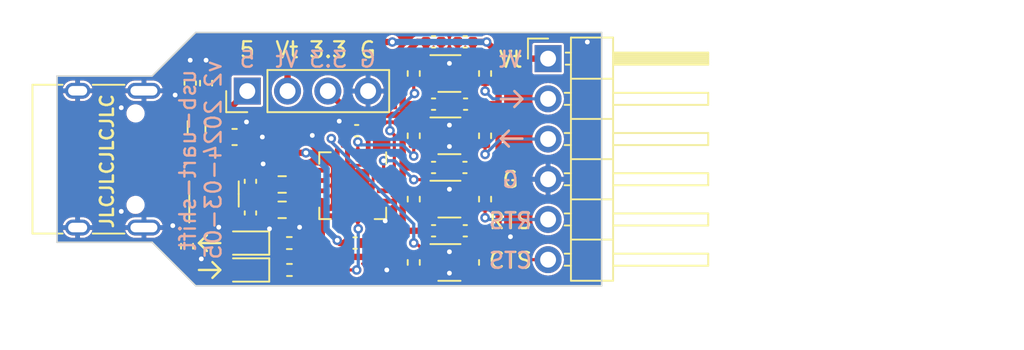
<source format=kicad_pcb>
(kicad_pcb (version 20221018) (generator pcbnew)
  (layers (0 "F.Cu" signal) (31 "B.Cu" signal) (34 "B.Paste" user) (35 "F.Paste" user) (36 "B.SilkS" user "B.Silkscreen") (37 "F.SilkS" user "F.Silkscreen") (38 "B.Mask" user) (39 "F.Mask" user) (44 "Edge.Cuts" user))
  (net 0 "")
  (net 1 "VBUS")
  (net 2 "GND")
  (net 3 "/Vtarget")
  (net 4 "/FTDI_VCCIO")
  (net 5 "Net-(C8-Pad1)")
  (net 6 "Net-(D1-K)")
  (net 7 "Net-(D2-K)")
  (net 8 "Net-(J1-CC1)")
  (net 10 "Net-(J1-CC2)")
  (net 12 "Net-(J3-Pin_2)")
  (net 13 "Net-(J3-Pin_3)")
  (net 14 "Net-(J3-Pin_5)")
  (net 15 "Net-(J3-Pin_6)")
  (net 16 "Net-(U2-USBDM)")
  (net 17 "Net-(U2-USBDP)")
  (net 18 "Net-(U2-CBUS1)")
  (net 19 "Net-(U2-CBUS2)")
  (net 20 "Net-(U2-TXD)")
  (net 21 "Net-(U2-~{RTS})")
  (net 22 "Net-(U2-RXD)")
  (net 23 "Net-(U2-~{CTS})")
  (net 24 "/USB_DP")
  (net 27 "/USB_DM")
  (footprint "Resistor_SMD:R_0402_1005Metric" (layer "F.Cu") (at 113.65 90.6)
    (fp_text reference "R6" hide)
    (fp_text value "1k2")
  )
  (footprint "Capacitor_SMD:C_0402_1005Metric" (layer "F.Cu") (at 124.73 85.825 180)
    (fp_text reference "C5" hide)
    (fp_text value "100n")
  )
  (footprint "Package_TO_SOT_SMD:SOT-363_SC-70-6" (layer "F.Cu") (at 123.75 91.825)
    (fp_text reference "U6" hide)
    (fp_text value "SN74LVC1T45DCK")
  )
  (footprint "LED_SMD:LED_0603_1608Metric" (layer "F.Cu") (at 110.9 90.6 180)
    (fp_text reference "D2" hide)
    (fp_text value "Yellow")
  )
  (footprint "Capacitor_SMD:C_0402_1005Metric" (layer "F.Cu") (at 124.75 77.89 180)
    (fp_text reference "C4" hide)
    (fp_text value "100n")
  )
  (footprint "Resistor_SMD:R_0402_1005Metric" (layer "F.Cu") (at 121.5 91.825 -90)
    (fp_text reference "R10" hide)
    (fp_text value "10k")
  )
  (footprint "Resistor_SMD:R_0603_1608Metric" (layer "F.Cu") (at 113.2 86.9)
    (fp_text reference "R3" hide)
    (fp_text value "27R")
  )
  (footprint "Resistor_SMD:R_0402_1005Metric" (layer "F.Cu") (at 107.2 90.8 -90)
    (fp_text reference "R2" hide)
    (fp_text value "5k1")
  )
  (footprint "Package_TO_SOT_SMD:SOT-363_SC-70-6" (layer "F.Cu") (at 123.75 79.89)
    (fp_text reference "U3" hide)
    (fp_text value "SN74LVC1T45DCK")
  )
  (footprint "Capacitor_SMD:C_0402_1005Metric" (layer "F.Cu") (at 122.75 85.825)
    (fp_text reference "C6" hide)
    (fp_text value "100n")
  )
  (footprint "Connector_PinHeader_2.54mm:PinHeader_1x06_P2.54mm_Horizontal" (layer "F.Cu") (at 129.975 78.95)
    (fp_text reference "J3" hide)
    (fp_text value "Conn_01x06")
  )
  (footprint "Resistor_SMD:R_0402_1005Metric" (layer "F.Cu") (at 126 91.825 -90)
    (fp_text reference "R14" hide)
    (fp_text value "10k")
  )
  (footprint "Package_TO_SOT_SMD:SOT-363_SC-70-6" (layer "F.Cu") (at 123.75 87.825)
    (fp_text reference "U5" hide)
    (fp_text value "SN74LVC1T45DCK")
  )
  (footprint "Capacitor_SMD:C_0402_1005Metric" (layer "F.Cu") (at 124.75 89.825 180)
    (fp_text reference "C2" hide)
    (fp_text value "100n")
  )
  (footprint "Resistor_SMD:R_0402_1005Metric" (layer "F.Cu") (at 126 83.825 -90)
    (fp_text reference "R12" hide)
    (fp_text value "10k")
  )
  (footprint "Package_TO_SOT_SMD:SOT-363_SC-70-6" (layer "F.Cu") (at 123.75 83.825)
    (fp_text reference "U4" hide)
    (fp_text value "SN74LVC1T45DCK")
  )
  (footprint "Capacitor_SMD:C_0402_1005Metric" (layer "F.Cu") (at 122.75 77.89)
    (fp_text reference "C9" hide)
    (fp_text value "100n")
  )
  (footprint "Capacitor_SMD:C_0402_1005Metric" (layer "F.Cu") (at 117.9 83.5 180)
    (fp_text reference "C13" hide)
    (fp_text value "100n")
  )
  (footprint "LED_SMD:LED_0603_1608Metric" (layer "F.Cu") (at 110.9 92.3 180)
    (fp_text reference "D1" hide)
    (fp_text value "Red")
  )
  (footprint "Resistor_SMD:R_0402_1005Metric" (layer "F.Cu") (at 113.66 92.3)
    (fp_text reference "R5" hide)
    (fp_text value "1k2")
  )
  (footprint "Capacitor_SMD:C_0402_1005Metric" (layer "F.Cu") (at 122.75 89.825)
    (fp_text reference "C10" hide)
    (fp_text value "100n")
  )
  (footprint "Capacitor_SMD:C_0402_1005Metric" (layer "F.Cu") (at 122.75 81.825)
    (fp_text reference "C14" hide)
    (fp_text value "100n")
  )
  (footprint "Capacitor_SMD:C_0402_1005Metric" (layer "F.Cu") (at 124.77 81.825 180)
    (fp_text reference "C7" hide)
    (fp_text value "100n")
  )
  (footprint "Resistor_SMD:R_0402_1005Metric" (layer "F.Cu") (at 121.5 79.89 -90)
    (fp_text reference "R7" hide)
    (fp_text value "10k")
  )
  (footprint "Inductor_SMD:L_0805_2012Metric" (layer "F.Cu") (at 107.8 83.3 -90)
    (fp_text reference "FB1" hide)
    (fp_text value "100R @ 100MHz")
  )
  (footprint "Capacitor_SMD:C_0603_1608Metric" (layer "F.Cu") (at 110.2 83.9)
    (fp_text reference "C1" hide)
    (fp_text value "4u7")
  )
  (footprint "Connector_PinHeader_2.54mm:PinHeader_1x04_P2.54mm_Vertical" (layer "F.Cu") (at 111 81 90)
    (fp_text reference "J2" hide)
    (fp_text value "Conn_01x04")
  )
  (footprint "Capacitor_SMD:C_0402_1005Metric" (layer "F.Cu") (at 111.2 88.7 -90)
    (fp_text reference "C11" hide)
    (fp_text value "47p")
  )
  (footprint "Connector_USB:USB_C_Receptacle_HRO_TYPE-C-31-M-12" (layer "F.Cu") (at 101.35 85.3 -90)
    (fp_text reference "J1" hide)
    (fp_text value "USB_C_Receptacle_USB2.0")
  )
  (footprint "Resistor_SMD:R_0402_1005Metric" (layer "F.Cu") (at 121.5 83.825 -90)
    (fp_text reference "R9" hide)
    (fp_text value "10k")
  )
  (footprint "Capacitor_SMD:C_0402_1005Metric" (layer "F.Cu") (at 117.8 90.6)
    (fp_text reference "C3" hide)
    (fp_text value "100n")
  )
  (footprint "Resistor_SMD:R_0402_1005Metric" (layer "F.Cu") (at 121.5 87.825 -90)
    (fp_text reference "R8" hide)
    (fp_text value "10k")
  )
  (footprint "Resistor_SMD:R_0603_1608Metric" (layer "F.Cu") (at 113.2 88.5)
    (fp_text reference "R4" hide)
    (fp_text value "27R")
  )
  (footprint "Package_DFN_QFN:QFN-16-1EP_4x4mm_P0.65mm_EP2.1x2.1mm" (layer "F.Cu") (at 117.65 86.975 -90)
    (fp_text reference "U2" hide)
    (fp_text value "FT230XQ")
  )
  (footprint "Capacitor_SMD:C_0402_1005Metric" (layer "F.Cu") (at 111.2 86.7 90)
    (fp_text reference "C12" hide)
    (fp_text value "47p")
  )
  (footprint "Resistor_SMD:R_0402_1005Metric" (layer "F.Cu") (at 126 79.89 -90)
    (fp_text reference "R11" hide)
    (fp_text value "10k")
  )
  (footprint "Resistor_SMD:R_0402_1005Metric" (layer "F.Cu") (at 108.4 80.5 90)
    (fp_text reference "R1" hide)
    (fp_text value "5k1")
  )
  (footprint "Capacitor_SMD:C_0402_1005Metric" (layer "F.Cu") (at 107.4 80.5 90)
    (fp_text reference "C8" hide)
    (fp_text value "10n")
  )
  (footprint "Resistor_SMD:R_0402_1005Metric" (layer "F.Cu") (at 126 87.825 -90)
    (fp_text reference "R13" hide)
    (fp_text value "10k")
  )
  (footprint "Package_TO_SOT_SMD:SOT-23-6" (layer "F.Cu") (at 108.9 87.5 90)
    (fp_text reference "U1" hide)
    (fp_text value "SRV05-4")
  )
  (gr_line (start 127 84) (end 127.5 83.5) (stroke (width 0.15)) (layer "B.SilkS"))
  (gr_line (start 127 84) (end 127.5 84.5) (stroke (width 0.15)) (layer "B.SilkS"))
  (gr_line (start 128.35 81.5) (end 127.85 81) (stroke (width 0.15)) (layer "B.SilkS"))
  (gr_line (start 128.35 84) (end 127 84) (stroke (width 0.15)) (layer "B.SilkS"))
  (gr_line (start 128.35 81.5) (end 127.85 82) (stroke (width 0.15)) (layer "B.SilkS"))
  (gr_line (start 127 81.5) (end 128.35 81.5) (stroke (width 0.15)) (layer "B.SilkS"))
  (gr_line (start 128.35 81.5) (end 127.85 82) (stroke (width 0.15)) (layer "F.SilkS"))
  (gr_line (start 109.3 90.6) (end 107.95 90.6) (stroke (width 0.15)) (layer "F.SilkS"))
  (gr_line (start 128.35 84) (end 127 84) (stroke (width 0.15)) (layer "F.SilkS"))
  (gr_line (start 109.3 92.3) (end 108.8 91.8) (stroke (width 0.15)) (layer "F.SilkS"))
  (gr_line (start 107.95 90.6) (end 108.45 90.1) (stroke (width 0.15)) (layer "F.SilkS"))
  (gr_line (start 127 84) (end 127.5 83.5) (stroke (width 0.15)) (layer "F.SilkS"))
  (gr_line (start 107.95 92.3) (end 109.3 92.3) (stroke (width 0.15)) (layer "F.SilkS"))
  (gr_line (start 107.95 90.6) (end 108.45 91.1) (stroke (width 0.15)) (layer "F.SilkS"))
  (gr_line (start 127 84) (end 127.5 84.5) (stroke (width 0.15)) (layer "F.SilkS"))
  (gr_line (start 128.35 81.5) (end 127.85 81) (stroke (width 0.15)) (layer "F.SilkS"))
  (gr_line (start 127 81.5) (end 128.35 81.5) (stroke (width 0.15)) (layer "F.SilkS"))
  (gr_line (start 109.3 92.3) (end 108.8 92.8) (stroke (width 0.15)) (layer "F.SilkS"))
  (gr_line (start 105 80.05) (end 107.75 77.3) (stroke (width 0.1)) (layer "Edge.Cuts"))
  (gr_line (start 105 90.55) (end 99 90.55) (stroke (width 0.1)) (layer "Edge.Cuts"))
  (gr_line (start 133.35 93.3) (end 133.35 77.3) (stroke (width 0.1)) (layer "Edge.Cuts"))
  (gr_line (start 99 90.55) (end 99 80.05) (stroke (width 0.1)) (layer "Edge.Cuts"))
  (gr_line (start 107.75 93.3) (end 133.35 93.3) (stroke (width 0.1)) (layer "Edge.Cuts"))
  (gr_line (start 105 90.55) (end 107.75 93.3) (stroke (width 0.1)) (layer "Edge.Cuts"))
  (gr_line (start 107.75 77.3) (end 133.35 77.3) (stroke (width 0.1)) (layer "Edge.Cuts"))
  (gr_line (start 105 80.05) (end 99 80.05) (stroke (width 0.1)) (layer "Edge.Cuts"))
  (gr_text "5" (at 111 79.005302) (layer "B.SilkS") (effects (font (size 1 1)) (justify mirror)))
  (gr_text "Vt" (at 113.494505 79) (layer "B.SilkS") (effects (font (size 1 1)) (justify mirror)))
  (gr_text "CTS" (at 127.597261 91.7) (layer "B.SilkS") (effects (font (size 1 1)) (justify mirror)))
  (gr_text "usb-uart-shift\nv2 2024-03-05" (at 108.05 85.35 90) (layer "B.SilkS") (effects (font (size 1 1)) (justify mirror)))
  (gr_text "G" (at 127.594522 86.6) (layer "B.SilkS") (effects (font (size 1 1)) (justify mirror)))
  (gr_text "3.3" (at 116.098944 79) (layer "B.SilkS") (effects (font (size 1 1)) (justify mirror)))
  (gr_text "G" (at 118.598305 79) (layer "B.SilkS") (effects (font (size 1 1)) (justify mirror)))
  (gr_text "RTS" (at 127.597261 89.2) (layer "B.SilkS") (effects (font (size 1 1)) (justify mirror)))
  (gr_text "Vt" (at 127.594522 79) (layer "B.SilkS") (effects (font (size 1 1)) (justify mirror)))
  (gr_text "Vt" (at 127.6 79) (layer "F.SilkS") (effects (font (size 1 1))))
  (gr_text "5" (at 111 78.4) (layer "F.SilkS") (effects (font (size 1 1))))
  (gr_text "Vt" (at 113.5 78.4) (layer "F.SilkS") (effects (font (size 1 1))))
  (gr_text "G" (at 127.6 86.6) (layer "F.SilkS") (effects (font (size 1 1))))
  (gr_text "JLCJLCJLCJLC" (at 102.15 89.75 90) (layer "F.SilkS") (effects (font (size 0.82 0.82) (thickness 0.16)) (justify left)))
  (gr_text "RTS" (at 127.597261 89.2) (layer "F.SilkS") (effects (font (size 1 1))))
  (gr_text "G" (at 118.6 78.4) (layer "F.SilkS") (effects (font (size 1 1))))
  (gr_text "3.3" (at 116.1 78.4) (layer "F.SilkS") (effects (font (size 1 1))))
  (gr_text "CTS" (at 127.597261 91.7) (layer "F.SilkS") (effects (font (size 1 1))))
  (segment (start 114.7 84.9) (end 109.6 84.9) (width 0.4) (layer "F.Cu") (net 1))
  (segment (start 109.425 83.9) (end 109.425 85.075) (width 0.4) (layer "F.Cu") (net 1))
  (segment (start 109.425 82.575) (end 111 81) (width 0.4) (layer "F.Cu") (net 1))
  (segment (start 108.2625 83.9) (end 107.8 84.3625) (width 0.4) (layer "F.Cu") (net 1))
  (segment (start 108.9 85.6) (end 108.9 86.3625) (width 0.4) (layer "F.Cu") (net 1))
  (segment (start 109.425 83.9) (end 108.2625 83.9) (width 0.4) (layer "F.Cu") (net 1))
  (segment (start 116.85 90.6) (end 117.32 90.6) (width 0.4) (layer "F.Cu") (net 1))
  (segment (start 109.425 83.9) (end 109.425 82.575) (width 0.4) (layer "F.Cu") (net 1))
  (segment (start 117.325 90.595) (end 117.32 90.6) (width 0.3) (layer "F.Cu") (net 1))
  (segment (start 116.675 90.425) (end 116.85 90.6) (width 0.4) (layer "F.Cu") (net 1))
  (segment (start 109.6 84.9) (end 109.425 85.075) (width 0.4) (layer "F.Cu") (net 1))
  (segment (start 109.425 85.075) (end 108.9 85.6) (width 0.4) (layer "F.Cu") (net 1))
  (segment (start 117.325 88.925) (end 117.325 90.595) (width 0.3) (layer "F.Cu") (net 1))
  (via (at 114.7 84.9) (size 0.6) (drill 0.3) (layers "F.Cu" "B.Cu") (net 1))
  (via (at 116.675 90.425) (size 0.6) (drill 0.3) (layers "F.Cu" "B.Cu") (net 1))
  (segment (start 116 85.9) (end 116 89.75) (width 0.4) (layer "B.Cu") (net 1))
  (segment (start 114.7 84.9) (end 115 84.9) (width 0.4) (layer "B.Cu") (net 1))
  (segment (start 115 84.9) (end 116 85.9) (width 0.4) (layer "B.Cu") (net 1))
  (segment (start 116 89.75) (end 116.675 90.425) (width 0.4) (layer "B.Cu") (net 1))
  (segment (start 117.325 85.025) (end 117.325 83.595) (width 0.3) (layer "F.Cu") (net 2))
  (segment (start 117.325 83.595) (end 117.42 83.5) (width 0.3) (layer "F.Cu") (net 2))
  (via (at 103.05 88.6) (size 0.6) (drill 0.3) (layers "F.Cu" "B.Cu") (net 2))
  (via (at 119.8 92.3) (size 0.6) (drill 0.3) (layers "F.Cu" "B.Cu") (net 2))
  (via (at 103.05 82.05) (size 0.6) (drill 0.3) (layers "F.Cu" "B.Cu") (net 2))
  (via (at 123.75 92.5) (size 0.6) (drill 0.3) (layers "F.Cu" "B.Cu") (net 2))
  (via (at 112.4 89.7) (size 0.6) (drill 0.3) (layers "F.Cu" "B.Cu") (net 2))
  (via (at 123.75 83.15) (size 0.6) (drill 0.3) (layers "F.Cu" "B.Cu") (net 2))
  (via (at 112 85.6) (size 0.6) (drill 0.3) (layers "F.Cu" "B.Cu") (net 2))
  (via (at 115.1 83.8) (size 0.6) (drill 0.3) (layers "F.Cu" "B.Cu") (net 2))
  (via (at 123.75 79.25) (size 0.6) (drill 0.3) (layers "F.Cu" "B.Cu") (net 2))
  (via (at 123.75 87.2) (size 0.6) (drill 0.3) (layers "F.Cu" "B.Cu") (net 2))
  (via (at 107.4 79.05) (size 0.6) (drill 0.3) (layers "F.Cu" "B.Cu") (net 2))
  (via (at 123.75 91.15) (size 0.6) (drill 0.3) (layers "F.Cu" "B.Cu") (net 2))
  (via (at 106.45 81.25) (size 0.6) (drill 0.3) (layers "F.Cu" "B.Cu") (net 2))
  (via (at 127.6 90.2) (size 0.6) (drill 0.3) (layers "F.Cu" "B.Cu") (net 2))
  (via (at 108.1 91.6) (size 0.6) (drill 0.3) (layers "F.Cu" "B.Cu") (net 2))
  (via (at 114.3 89.6) (size 0.6) (drill 0.3) (layers "F.Cu" "B.Cu") (net 2))
  (via (at 123.75 84.5) (size 0.6) (drill 0.3) (layers "F.Cu" "B.Cu") (net 2))
  (via (at 108.4 79.05) (size 0.6) (drill 0.3) (layers "F.Cu" "B.Cu") (net 2))
  (via (at 110.95 82.95) (size 0.6) (drill 0.3) (layers "F.Cu" "B.Cu") (net 2))
  (via (at 111.95 83.9) (size 0.6) (drill 0.3) (layers "F.Cu" "B.Cu") (net 2))
  (via (at 132.45 77.9) (size 0.6) (drill 0.3) (layers "F.Cu" "B.Cu") (net 2))
  (via (at 119.7 89.2) (size 0.6) (drill 0.3) (layers "F.Cu" "B.Cu") (net 2))
  (via (at 116.8 82.9) (size 0.6) (drill 0.3) (layers "F.Cu" "B.Cu") (net 2))
  (via (at 109.2 89.6) (size 0.6) (drill 0.3) (layers "F.Cu" "B.Cu") (net 2))
  (via (at 106.3 89.5) (size 0.6) (drill 0.3) (layers "F.Cu" "B.Cu") (net 2))
  (segment (start 125.25 81.825) (end 125.25 82.25) (width 0.4) (layer "F.Cu") (net 3))
  (segment (start 125.21 86.34) (end 124.7 86.85) (width 0.4) (layer "F.Cu") (net 3))
  (segment (start 115.1 77.9) (end 120.15 77.9) (width 0.4) (layer "F.Cu") (net 3))
  (segment (start 126.85 83.35) (end 126.035 83.35) (width 0.4) (layer "F.Cu") (net 3))
  (segment (start 126.09 77.89) (end 126.1 77.9) (width 0.4) (layer "F.Cu") (net 3))
  (segment (start 126 79.38) (end 126.72 79.38) (width 0.4) (layer "F.Cu") (net 3))
  (segment (start 124.7 86.85) (end 124.7 87.175) (width 0.4) (layer "F.Cu") (net 3))
  (segment (start 125.23 90.22) (end 124.7 90.75) (width 0.4) (layer "F.Cu") (net 3))
  (segment (start 113.54 79.46) (end 113.54 81) (width 0.4) (layer "F.Cu") (net 3))
  (segment (start 126.85 78.85) (end 126.85 78.65) (width 0.4) (layer "F.Cu") (net 3))
  (segment (start 126.535 91.315) (end 126.85 91) (width 0.4) (layer "F.Cu") (net 3))
  (segment (start 125.23 89.825) (end 126.825 89.825) (width 0.4) (layer "F.Cu") (net 3))
  (segment (start 125.21 85.825) (end 125.21 86.34) (width 0.4) (layer "F.Cu") (net 3))
  (segment (start 126.85 85.85) (end 126.85 83.35) (width 0.4) (layer "F.Cu") (net 3))
  (segment (start 126.015 87.3) (end 126 87.315) (width 0.4) (layer "F.Cu") (net 3))
  (segment (start 126.85 85.85) (end 125.235 85.85) (width 0.4) (layer "F.Cu") (net 3))
  (segment (start 125.23 89.825) (end 125.23 90.22) (width 0.4) (layer "F.Cu") (net 3))
  (segment (start 124.7 78.915) (end 124.7 79.24) (width 0.4) (layer "F.Cu") (net 3))
  (segment (start 126.85 83.35) (end 126.85 81.8) (width 0.4) (layer "F.Cu") (net 3))
  (segment (start 126.85 87.3) (end 126.015 87.3) (width 0.4) (layer "F.Cu") (net 3))
  (segment (start 125.25 81.825) (end 126.825 81.825) (width 0.4) (layer "F.Cu") (net 3))
  (segment (start 126.85 89.85) (end 126.85 87.3) (width 0.4) (layer "F.Cu") (net 3))
  (segment (start 115.1 77.9) (end 113.54 79.46) (width 0.4) (layer "F.Cu") (net 3))
  (segment (start 125.23 77.89) (end 126.09 77.89) (width 0.4) (layer "F.Cu") (net 3))
  (segment (start 126 91.315) (end 126.535 91.315) (width 0.4) (layer "F.Cu") (net 3))
  (segment (start 126.85 78.65) (end 126.1 77.9) (width 0.4) (layer "F.Cu") (net 3))
  (segment (start 126.85 87.3) (end 126.85 85.85) (width 0.4) (layer "F.Cu") (net 3))
  (segment (start 129.975 78.95) (end 126.95 78.95) (width 0.4) (layer "F.Cu") (net 3))
  (segment (start 124.7 82.8) (end 124.7 83.175) (width 0.4) (layer "F.Cu") (net 3))
  (segment (start 125.23 78.385) (end 124.7 78.915) (width 0.4) (layer "F.Cu") (net 3))
  (segment (start 125.23 77.89) (end 125.23 78.385) (width 0.4) (layer "F.Cu") (net 3))
  (segment (start 126.85 81.8) (end 126.85 79.25) (width 0.4) (layer "F.Cu") (net 3))
  (segment (start 126.85 79.25) (end 126.85 78.85) (width 0.4) (layer "F.Cu") (net 3))
  (segment (start 124.7 90.75) (end 124.7 91.175) (width 0.4) (layer "F.Cu") (net 3))
  (segment (start 125.235 85.85) (end 125.21 85.825) (width 0.4) (layer "F.Cu") (net 3))
  (segment (start 126.825 89.825) (end 126.85 89.85) (width 0.4) (layer "F.Cu") (net 3))
  (segment (start 126.035 83.35) (end 126 83.315) (width 0.4) (layer "F.Cu") (net 3))
  (segment (start 125.25 82.25) (end 124.7 82.8) (width 0.4) (layer "F.Cu") (net 3))
  (segment (start 126.85 91) (end 126.85 89.85) (width 0.4) (layer "F.Cu") (net 3))
  (segment (start 126.825 81.825) (end 126.85 81.8) (width 0.4) (layer "F.Cu") (net 3))
  (segment (start 126.95 78.95) (end 126.85 78.85) (width 0.4) (layer "F.Cu") (net 3))
  (segment (start 126.72 79.38) (end 126.85 79.25) (width 0.4) (layer "F.Cu") (net 3))
  (via (at 126.1 77.9) (size 0.6) (drill 0.3) (layers "F.Cu" "B.Cu") (net 3))
  (via (at 120.15 77.9) (size 0.6) (drill 0.3) (layers "F.Cu" "B.Cu") (net 3))
  (segment (start 126.1 77.9) (end 120.15 77.9) (width 0.4) (layer "B.Cu") (net 3))
  (segment (start 118.4 82.5) (end 118.38 82.52) (width 0.4) (layer "F.Cu") (net 4))
  (segment (start 122.8 79.24) (end 122.8 78.915) (width 0.4) (layer "F.Cu") (net 4))
  (segment (start 122.8 78.915) (end 122.27 78.385) (width 0.4) (layer "F.Cu") (net 4))
  (segment (start 124.175 79.89) (end 124.7 79.89) (width 0.2) (layer "F.Cu") (net 4))
  (segment (start 110.1125 91.4875) (end 110.125 91.475) (width 0.4) (layer "F.Cu") (net 4))
  (segment (start 118.4 82.5) (end 117.58 82.5) (width 0.4) (layer "F.Cu") (net 4))
  (segment (start 122.27 81.38) (end 122.385 81.265) (width 0.2) (layer "F.Cu") (net 4))
  (segment (start 120.8 86.9) (end 120.8 85.7) (width 0.4) (layer "F.Cu") (net 4))
  (segment (start 122.27 81.825) (end 120.875 81.825) (width 0.4) (layer "F.Cu") (net 4))
  (segment (start 122.27 89.825) (end 120.825 89.825) (width 0.4) (layer "F.Cu") (net 4))
  (segment (start 122.55 89.1) (end 122.27 89.38) (width 0.2) (layer "F.Cu") (net 4))
  (segment (start 110.125 91.475) (end 115.825 91.475) (width 0.4) (layer "F.Cu") (net 4))
  (segment (start 120.8 87.2) (end 120.8 86.9) (width 0.4) (layer "F.Cu") (net 4))
  (segment (start 110.1125 90.6) (end 110.1125 91.4875) (width 0.4) (layer "F.Cu") (net 4))
  (segment (start 120.8 78.815) (end 120.8 79.315) (width 0.4) (layer "F.Cu") (net 4))
  (segment (start 120.8 91.3) (end 120.815 91.315) (width 0.4) (layer "F.Cu") (net 4))
  (segment (start 124.7 87.825) (end 124.175 87.825) (width 0.2) (layer "F.Cu") (net 4))
  (segment (start 115.925 88.925) (end 116.675 88.925) (width 0.4) (layer "F.Cu") (net 4))
  (segment (start 121.5 87.315) (end 120.915 87.315) (width 0.4) (layer "F.Cu") (net 4))
  (segment (start 122.27 90.12) (end 122.27 89.825) (width 0.4) (layer "F.Cu") (net 4))
  (segment (start 122.8 86.8) (end 122.27 86.27) (width 0.4) (layer "F.Cu") (net 4))
  (segment (start 123.9 88.1) (end 123.9 88.7) (width 0.2) (layer "F.Cu") (net 4))
  (segment (start 122.27 89.38) (end 122.27 89.825) (width 0.2) (layer "F.Cu") (net 4))
  (segment (start 115.9 88.9) (end 115.925 88.925) (width 0.4) (layer "F.Cu") (net 4))
  (segment (start 122.27 81.825) (end 122.27 82.32) (width 0.4) (layer "F.Cu") (net 4))
  (segment (start 115.825 91.475) (end 115.7 91.35) (width 0.4) (layer "F.Cu") (net 4))
  (segment (start 120.815 91.315) (end 120.655 91.475) (width 0.4) (layer "F.Cu") (net 4))
  (segment (start 120.8 81.9) (end 120.8 79.315) (width 0.4) (layer "F.Cu") (net 4))
  (segment (start 120.875 81.825) (end 120.8 81.9) (width 0.4) (layer "F.Cu") (net 4))
  (segment (start 120.8 82.5) (end 118.4 82.5) (width 0.4) (layer "F.Cu") (net 4))
  (segment (start 118.625 83.745) (end 118.38 83.5) (width 0.3) (layer "F.Cu") (net 4))
  (segment (start 120.815 91.315) (end 121.5 91.315) (width 0.4) (layer "F.Cu") (net 4))
  (segment (start 123.5 89.1) (end 122.55 89.1) (width 0.2) (layer "F.Cu") (net 4))
  (segment (start 110.1125 91.4875) (end 110.1125 92.3) (width 0.4) (layer "F.Cu") (net 4))
  (segment (start 123.1 81.265) (end 123.95 80.415) (width 0.2) (layer "F.Cu") (net 4))
  (segment (start 121.5 83.315) (end 120.915 83.315) (width 0.4) (layer "F.Cu") (net 4))
  (segment (start 122.385 81.265) (end 123.1 81.265) (width 0.2) (layer "F.Cu") (net 4))
  (segment (start 123.9 88.7) (end 123.5 89.1) (width 0.2) (layer "F.Cu") (net 4))
  (segment (start 121.725 77.89) (end 120.8 78.815) (width 0.4) (layer "F.Cu") (net 4))
  (segment (start 124.175 87.825) (end 123.9 88.1) (width 0.2) (layer "F.Cu") (net 4))
  (segment (start 120.8 89.8) (end 120.8 91.3) (width 0.4) (layer "F.Cu") (net 4))
  (segment (start 118.625 85.025) (end 118.625 83.745) (width 0.3) (layer "F.Cu") (net 4))
  (segment (start 120.825 89.825) (end 120.8 89.8) (width 0.4) (layer "F.Cu") (net 4))
  (segment (start 120.8 88.7) (end 120.8 87.2) (width 0.4) (layer "F.Cu") (net 4))
  (segment (start 122.27 85.825) (end 120.925 85.825) (width 0.4) (layer "F.Cu") (net 4))
  (segment (start 120.8 89.8) (end 120.8 88.7) (width 0.4) (layer "F.Cu") (net 4))
  (segment (start 122.27 78.385) (end 122.27 77.89) (width 0.4) (layer "F.Cu") (net 4))
  (segment (start 122.8 82.85) (end 122.8 83.175) (width 0.4) (layer "F.Cu") (net 4))
  (segment (start 122.27 82.32) (end 122.8 82.85) (width 0.4) (layer "F.Cu") (net 4))
  (segment (start 123.95 80.115) (end 124.175 79.89) (width 0.2) (layer "F.Cu") (net 4))
  (segment (start 118.38 82.52) (end 118.38 83.5) (width 0.4) (layer "F.Cu") (net 4))
  (segment (start 122.8 91.175) (end 122.8 90.65) (width 0.4) (layer "F.Cu") (net 4))
  (segment (start 120.8 85.7) (end 120.8 85.35) (width 0.4) (layer "F.Cu") (net 4))
  (segment (start 122.27 86.27) (end 122.27 85.825) (width 0.4) (layer "F.Cu") (net 4))
  (segment (start 122.8 87.175) (end 122.8 86.8) (width 0.4) (layer "F.Cu") (net 4))
  (segment (start 123.95 80.415) (end 123.95 80.115) (width 0.2) (layer "F.Cu") (net 4))
  (segment (start 117.58 82.5) (end 116.08 81) (width 0.4) (layer "F.Cu") (net 4))
  (segment (start 120.865 79.38) (end 120.8 79.315) (width 0.4) (layer "F.Cu") (net 4))
  (segment (start 120.655 91.475) (end 115.825 91.475) (width 0.4) (layer "F.Cu") (net 4))
  (segment (start 122.27 77.89) (end 121.725 77.89) (width 0.4) (layer "F.Cu") (net 4))
  (segment (start 122.8 90.65) (end 122.27 90.12) (width 0.4) (layer "F.Cu") (net 4))
  (segment (start 120.915 83.315) (end 120.8 83.2) (width 0.4) (layer "F.Cu") (net 4))
  (segment (start 121.5 79.38) (end 120.865 79.38) (width 0.4) (layer "F.Cu") (net 4))
  (segment (start 120.915 87.315) (end 120.8 87.2) (width 0.4) (layer "F.Cu") (net 4))
  (segment (start 122.27 81.825) (end 122.27 81.38) (width 0.2) (layer "F.Cu") (net 4))
  (segment (start 120.925 85.825) (end 120.8 85.7) (width 0.4) (layer "F.Cu") (net 4))
  (segment (start 120.8 83.2) (end 120.8 82.5) (width 0.4) (layer "F.Cu") (net 4))
  (segment (start 115.7 91.35) (end 115.7 87.95) (width 0.4) (layer "F.Cu") (net 4))
  (segment (start 120.8 84.9) (end 120.8 83.2) (width 0.4) (layer "F.Cu") (net 4))
  (segment (start 120.8 85.35) (end 120.8 84.9) (width 0.4) (layer "F.Cu") (net 4))
  (segment (start 120.8 82.5) (end 120.8 81.9) (width 0.4) (layer "F.Cu") (net 4))
  (segment (start 104.65 82.85) (end 103.8 83.7) (width 0.45) (layer "F.Cu") (net 5))
  (segment (start 107.1875 82.85) (end 107.8 82.2375) (width 0.45) (layer "F.Cu") (net 5))
  (segment (start 103.8 86.9) (end 104.65 87.75) (width 0.45) (layer "F.Cu") (net 5))
  (segment (start 107.4 81.5) (end 107.4 80.98) (width 0.4) (layer "F.Cu") (net 5))
  (segment (start 105.395 82.85) (end 107.1875 82.85) (width 0.45) (layer "F.Cu") (net 5))
  (segment (start 107.8 82.2375) (end 107.8 81.9) (width 0.4) (layer "F.Cu") (net 5))
  (segment (start 105.395 82.85) (end 104.65 82.85) (width 0.45) (layer "F.Cu") (net 5))
  (segment (start 104.65 87.75) (end 105.395 87.75) (width 0.45) (layer "F.Cu") (net 5))
  (segment (start 107.8 81.9) (end 107.4 81.5) (width 0.4) (layer "F.Cu") (net 5))
  (segment (start 103.8 83.7) (end 103.8 86.9) (width 0.45) (layer "F.Cu") (net 5))
  (segment (start 111.6875 92.3) (end 113.15 92.3) (width 0.2) (layer "F.Cu") (net 6))
  (segment (start 111.6875 90.6) (end 113.14 90.6) (width 0.2) (layer "F.Cu") (net 7))
  (segment (start 108.7 82.9) (end 108.7 81.7) (width 0.2) (layer "F.Cu") (net 8))
  (segment (start 106.65 84.05) (end 107.4 83.3) (width 0.2) (layer "F.Cu") (net 8))
  (segment (start 108.7 81.7) (end 108.4 81.4) (width 0.2) (layer "F.Cu") (net 8))
  (segment (start 108.3 83.3) (end 108.7 82.9) (width 0.2) (layer "F.Cu") (net 8))
  (segment (start 107.4 83.3) (end 108.3 83.3) (width 0.2) (layer "F.Cu") (net 8))
  (segment (start 108.4 81.4) (end 108.4 81.01) (width 0.2) (layer "F.Cu") (net 8))
  (segment (start 105.395 84.05) (end 106.65 84.05) (width 0.2) (layer "F.Cu") (net 8))
  (segment (start 107.2 88.559921) (end 107.2 90.29) (width 0.2) (layer "F.Cu") (net 10))
  (segment (start 107.25 90.24) (end 107.3 90.29) (width 0.2) (layer "F.Cu") (net 10))
  (segment (start 106.32 87.05) (end 106.4 87.13) (width 0.2) (layer "F.Cu") (net 10))
  (segment (start 105.395 87.05) (end 106.32 87.05) (width 0.2) (layer "F.Cu") (net 10))
  (segment (start 106.4 87.13) (end 106.4 87.759921) (width 0.2) (layer "F.Cu") (net 10))
  (segment (start 106.4 87.759921) (end 107.2 88.559921) (width 0.2) (layer "F.Cu") (net 10))
  (segment (start 124.7 80.54) (end 125.225 80.54) (width 0.2) (layer "F.Cu") (net 12))
  (segment (start 126 80.4) (end 126 81) (width 0.2) (layer "F.Cu") (net 12))
  (segment (start 125.365 80.4) (end 126 80.4) (width 0.2) (layer "F.Cu") (net 12))
  (segment (start 125.225 80.54) (end 125.365 80.4) (width 0.2) (layer "F.Cu") (net 12))
  (via (at 126 81) (size 0.6) (drill 0.3) (layers "F.Cu" "B.Cu") (net 12))
  (segment (start 126.49 81.49) (end 129.975 81.49) (width 0.2) (layer "B.Cu") (net 12))
  (segment (start 126 81) (end 126.49 81.49) (width 0.2) (layer "B.Cu") (net 12))
  (segment (start 125.175 84.475) (end 125.315 84.335) (width 0.2) (layer "F.Cu") (net 13))
  (segment (start 126 84.335) (end 126 85) (width 0.2) (layer "F.Cu") (net 13))
  (segment (start 125.315 84.335) (end 126 84.335) (width 0.2) (layer "F.Cu") (net 13))
  (segment (start 124.7 84.475) (end 125.175 84.475) (width 0.2) (layer "F.Cu") (net 13))
  (via (at 126 85) (size 0.6) (drill 0.3) (layers "F.Cu" "B.Cu") (net 13))
  (segment (start 126.97 84.03) (end 129.975 84.03) (width 0.2) (layer "B.Cu") (net 13))
  (segment (start 126 85) (end 126.97 84.03) (width 0.2) (layer "B.Cu") (net 13))
  (segment (start 125.415 88.335) (end 125.275 88.475) (width 0.2) (layer "F.Cu") (net 14))
  (segment (start 126 88.335) (end 126 89) (width 0.2) (layer "F.Cu") (net 14))
  (segment (start 125.275 88.475) (end 124.7 88.475) (width 0.2) (layer "F.Cu") (net 14))
  (segment (start 126 88.335) (end 125.415 88.335) (width 0.2) (layer "F.Cu") (net 14))
  (via (at 126 89) (size 0.6) (drill 0.3) (layers "F.Cu" "B.Cu") (net 14))
  (segment (start 126 89) (end 126.11 89.11) (width 0.2) (layer "B.Cu") (net 14))
  (segment (start 126.11 89.11) (end 129.975 89.11) (width 0.2) (layer "B.Cu") (net 14))
  (segment (start 127.85 91.65) (end 129.975 91.65) (width 0.2) (layer "F.Cu") (net 15))
  (segment (start 125.415 92.335) (end 125.275 92.475) (width 0.2) (layer "F.Cu") (net 15))
  (segment (start 126 92.335) (end 125.415 92.335) (width 0.2) (layer "F.Cu") (net 15))
  (segment (start 126 92.335) (end 127.165 92.335) (width 0.2) (layer "F.Cu") (net 15))
  (segment (start 125.275 92.475) (end 124.7 92.475) (width 0.2) (layer "F.Cu") (net 15))
  (segment (start 127.165 92.335) (end 127.85 91.65) (width 0.2) (layer "F.Cu") (net 15))
  (segment (start 115 87.3) (end 114.6 86.9) (width 0.2) (layer "F.Cu") (net 16))
  (segment (start 115.7 87.3) (end 115 87.3) (width 0.2) (layer "F.Cu") (net 16))
  (segment (start 114.6 86.9) (end 114.025 86.9) (width 0.2) (layer "F.Cu") (net 16))
  (segment (start 115.05 86.65) (end 114.525 86.125) (width 0.2) (layer "F.Cu") (net 17))
  (segment (start 115.7 86.65) (end 115.05 86.65) (width 0.2) (layer "F.Cu") (net 17))
  (segment (start 113.375 87.85) (end 114.025 88.5) (width 0.2) (layer "F.Cu") (net 17))
  (segment (start 114.525 86.125) (end 113.375 86.125) (width 0.2) (layer "F.Cu") (net 17))
  (segment (start 113.375 86.125) (end 113.375 87.85) (width 0.2) (layer "F.Cu") (net 17))
  (segment (start 117.975 89.675) (end 118 89.7) (width 0.2) (layer "F.Cu") (net 18))
  (segment (start 117.975 88.925) (end 117.975 89.675) (width 0.2) (layer "F.Cu") (net 18))
  (segment (start 114.17 92.3) (end 117.9 92.3) (width 0.2) (layer "F.Cu") (net 18))
  (via (at 118 89.7) (size 0.6) (drill 0.3) (layers "F.Cu" "B.Cu") (net 18))
  (via (at 117.9 92.3) (size 0.6) (drill 0.3) (layers "F.Cu" "B.Cu") (net 18))
  (segment (start 118 92.2) (end 118 89.7) (width 0.2) (layer "B.Cu") (net 18))
  (segment (start 117.9 92.3) (end 118 92.2) (width 0.2) (layer "B.Cu") (net 18))
  (segment (start 113.15 85.775) (end 113.025 85.9) (width 0.2) (layer "F.Cu") (net 19))
  (segment (start 114.16 90.6) (end 114.16 90.46) (width 0.2) (layer "F.Cu") (net 19))
  (segment (start 114.675 85.775) (end 113.15 85.775) (width 0.2) (layer "F.Cu") (net 19))
  (segment (start 114.16 90.46) (end 113.025 89.325) (width 0.2) (layer "F.Cu") (net 19))
  (segment (start 114.9 86) (end 114.675 85.775) (width 0.2) (layer "F.Cu") (net 19))
  (segment (start 113.025 89.325) (end 113.025 85.9) (width 0.2) (layer "F.Cu") (net 19))
  (segment (start 115.7 86) (end 114.9 86) (width 0.2) (layer "F.Cu") (net 19))
  (segment (start 122.8 80.54) (end 122.225 80.54) (width 0.2) (layer "F.Cu") (net 20))
  (segment (start 121.5 81.1) (end 121.55 81.15) (width 0.2) (layer "F.Cu") (net 20))
  (segment (start 122.225 80.54) (end 122.085 80.4) (width 0.2) (layer "F.Cu") (net 20))
  (segment (start 121.5 80.4) (end 121.5 81.1) (width 0.2) (layer "F.Cu") (net 20))
  (segment (start 120.275 83.775) (end 120.275 86.425) (width 0.2) (layer "F.Cu") (net 20))
  (segment (start 120.275 86.425) (end 120.05 86.65) (width 0.2) (layer "F.Cu") (net 20))
  (segment (start 120.05 86.65) (end 119.6 86.65) (width 0.2) (layer "F.Cu") (net 20))
  (segment (start 122.085 80.4) (end 121.5 80.4) (width 0.2) (layer "F.Cu") (net 20))
  (segment (start 120 83.5) (end 120.275 83.775) (width 0.2) (layer "F.Cu") (net 20))
  (via (at 121.55 81.15) (size 0.6) (drill 0.3) (layers "F.Cu" "B.Cu") (net 20))
  (via (at 120 83.5) (size 0.6) (drill 0.3) (layers "F.Cu" "B.Cu") (net 20))
  (segment (start 120 82.7) (end 121.55 81.15) (width 0.2) (layer "B.Cu") (net 20))
  (segment (start 120 83.5) (end 120 82.7) (width 0.2) (layer "B.Cu") (net 20))
  (segment (start 121.5 88.335) (end 122.185 88.335) (width 0.2) (layer "F.Cu") (net 21))
  (segment (start 121.958604 86.595) (end 121.5 86.595) (width 0.2) (layer "F.Cu") (net 21))
  (segment (start 122.225 88.375) (end 122.225 86.861396) (width 0.2) (layer "F.Cu") (net 21))
  (segment (start 119.6 86) (end 119.6 85.4) (width 0.2) (layer "F.Cu") (net 21))
  (segment (start 122.325 88.475) (end 122.225 88.375) (width 0.2) (layer "F.Cu") (net 21))
  (segment (start 122.225 86.861396) (end 121.958604 86.595) (width 0.2) (layer "F.Cu") (net 21))
  (segment (start 122.8 88.475) (end 122.325 88.475) (width 0.2) (layer "F.Cu") (net 21))
  (segment (start 122.185 88.335) (end 122.225 88.375) (width 0.2) (layer "F.Cu") (net 21))
  (via (at 121.5 86.595) (size 0.6) (drill 0.3) (layers "F.Cu" "B.Cu") (net 21))
  (via (at 119.6 85.4) (size 0.6) (drill 0.3) (layers "F.Cu" "B.Cu") (net 21))
  (segment (start 119.6 85.4) (end 120.305 85.4) (width 0.2) (layer "B.Cu") (net 21))
  (segment (start 120.305 85.4) (end 121.5 86.595) (width 0.2) (layer "B.Cu") (net 21))
  (segment (start 122.185 84.335) (end 121.5 84.335) (width 0.2) (layer "F.Cu") (net 22))
  (segment (start 122.325 84.475) (end 122.185 84.335) (width 0.2) (layer "F.Cu") (net 22))
  (segment (start 117.975 84.214054) (end 117.975 85.025) (width 0.2) (layer "F.Cu") (net 22))
  (segment (start 121.5 85.1) (end 121.5 84.335) (width 0.2) (layer "F.Cu") (net 22))
  (segment (start 122.8 84.475) (end 122.325 84.475) (width 0.2) (layer "F.Cu") (net 22))
  (via (at 117.975 84.214054) (size 0.6) (drill 0.3) (layers "F.Cu" "B.Cu") (net 22))
  (via (at 121.5 85.1) (size 0.6) (drill 0.3) (layers "F.Cu" "B.Cu") (net 22))
  (segment (start 118.160946 84.4) (end 120.8 84.4) (width 0.2) (layer "B.Cu") (net 22))
  (segment (start 120.8 84.4) (end 121.5 85.1) (width 0.2) (layer "B.Cu") (net 22))
  (segment (start 117.975 84.214054) (end 118.160946 84.4) (width 0.2) (layer "B.Cu") (net 22))
  (segment (start 116.675 84.575) (end 116.675 85.025) (width 0.2) (layer "F.Cu") (net 23))
  (segment (start 122.185 91.131786) (end 121.648214 90.595) (width 0.2) (layer "F.Cu") (net 23))
  (segment (start 122.8 92.475) (end 122.325 92.475) (width 0.2) (layer "F.Cu") (net 23))
  (segment (start 121.648214 90.595) (end 121.5 90.595) (width 0.2) (layer "F.Cu") (net 23))
  (segment (start 122.185 92.335) (end 121.5 92.335) (width 0.2) (layer "F.Cu") (net 23))
  (segment (start 122.325 92.475) (end 122.185 92.335) (width 0.2) (layer "F.Cu") (net 23))
  (segment (start 122.185 92.335) (end 122.185 91.131786) (width 0.2) (layer "F.Cu") (net 23))
  (segment (start 116.3 84) (end 116.3 84.2) (width 0.2) (layer "F.Cu") (net 23))
  (segment (start 116.3 84.2) (end 116.675 84.575) (width 0.2) (layer "F.Cu") (net 23))
  (via (at 121.5 90.595) (size 0.6) (drill 0.3) (layers "F.Cu" "B.Cu") (net 23))
  (via (at 116.3 84) (size 0.6) (drill 0.3) (layers "F.Cu" "B.Cu") (net 23))
  (segment (start 121.5 89.4) (end 121.5 90.595) (width 0.2) (layer "B.Cu") (net 23))
  (segment (start 116.3 84) (end 116.3 84.2) (width 0.2) (layer "B.Cu") (net 23))
  (segment (start 116.3 84.2) (end 121.5 89.4) (width 0.2) (layer "B.Cu") (net 23))
  (segment (start 105.395 86.05) (end 106.35 86.05) (width 0.2) (layer "F.Cu") (net 24))
  (segment (start 107.9 88.5875) (end 107.95 88.6375) (width 0.2) (layer "F.Cu") (net 24))
  (segment (start 107.9 87.7) (end 110.5 87.7) (width 0.2) (layer "F.Cu") (net 24))
  (segment (start 111.02 88.22) (end 111.2 88.22) (width 0.2) (layer "F.Cu") (net 24))
  (segment (start 106.8 87.5) (end 107 87.7) (width 0.2) (layer "F.Cu") (net 24))
  (segment (start 105.395 85.05) (end 104.47 85.05) (width 0.2) (layer "F.Cu") (net 24))
  (segment (start 111.8 88.5) (end 112.375 88.5) (width 0.2) (layer "F.Cu") (net 24))
  (segment (start 110.5 87.7) (end 111.02 88.22) (width 0.2) (layer "F.Cu") (net 24))
  (segment (start 106.8 86.5) (end 106.8 87.5) (width 0.2) (layer "F.Cu") (net 24))
  (segment (start 104.42 85.1) (end 104.42 86) (width 0.2) (layer "F.Cu") (net 24))
  (segment (start 104.47 85.05) (end 104.42 85.1) (width 0.2) (layer "F.Cu") (net 24))
  (segment (start 107 87.7) (end 107.9 87.7) (width 0.2) (layer "F.Cu") (net 24))
  (segment (start 111.52 88.22) (end 111.8 88.5) (width 0.2) (layer "F.Cu") (net 24))
  (segment (start 106.35 86.05) (end 106.8 86.5) (width 0.2) (layer "F.Cu") (net 24))
  (segment (start 104.47 86.05) (end 105.395 86.05) (width 0.2) (layer "F.Cu") (net 24))
  (segment (start 104.42 86) (end 104.47 86.05) (width 0.2) (layer "F.Cu") (net 24))
  (segment (start 111.2 88.22) (end 111.52 88.22) (width 0.2) (layer "F.Cu") (net 24))
  (segment (start 107.9 87.7) (end 107.9 88.5875) (width 0.2) (layer "F.Cu") (net 24))
  (segment (start 106.42 85.55) (end 105.395 85.55) (width 0.2) (layer "F.Cu") (net 27))
  (segment (start 107.925 87.275) (end 111.105 87.275) (width 0.2) (layer "F.Cu") (net 27))
  (segment (start 106.42 84.7) (end 106.27 84.55) (width 0.2) (layer "F.Cu") (net 27))
  (segment (start 112.375 86.9) (end 112 86.9) (width 0.2) (layer "F.Cu") (net 27))
  (segment (start 111.105 87.275) (end 111.2 87.18) (width 0.2) (layer "F.Cu") (net 27))
  (segment (start 107.149501 86.279501) (end 107.149501 87.049501) (width 0.2) (layer "F.Cu") (net 27))
  (segment (start 111.7 87.2) (end 111.22 87.2) (width 0.2) (layer "F.Cu") (net 27))
  (segment (start 107.925 87.275) (end 107.925 86.3875) (width 0.2) (layer "F.Cu") (net 27))
  (segment (start 112 86.9) (end 111.7 87.2) (width 0.2) (layer "F.Cu") (net 27))
  (segment (start 106.42 85.55) (end 106.42 84.7) (width 0.2) (layer "F.Cu") (net 27))
  (segment (start 106.42 85.55) (end 107.149501 86.279501) (width 0.2) (layer "F.Cu") (net 27))
  (segment (start 107.925 86.3875) (end 107.95 86.3625) (width 0.2) (layer "F.Cu") (net 27))
  (segment (start 106.27 84.55) (end 105.395 84.55) (width 0.2) (layer "F.Cu") (net 27))
  (segment (start 111.22 87.2) (end 111.2 87.18) (width 0.2) (layer "F.Cu") (net 27))
  (segment (start 107.925 87.275) (end 107.375 87.275) (width 0.2) (layer "F.Cu") (net 27))
  (segment (start 107.375 87.275) (end 107.149501 87.049501) (width 0.2) (layer "F.Cu") (net 27))
  (zone (net 2) (net_name "GND") (layers "F&B.Cu") (connect_pads (clearance 0.15)) (min_thickness 0.15) (fill yes (thermal_gap 0.15) (thermal_bridge_width 0.3))
    (polygon (pts (xy 135 94.3) (xy 96 94.3) (xy 96 76.3) (xy 135 76.3)))
  )
)
</source>
